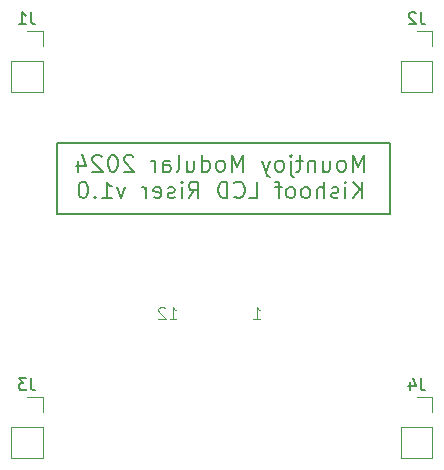
<source format=gbr>
%TF.GenerationSoftware,KiCad,Pcbnew,8.0.1*%
%TF.CreationDate,2024-04-24T15:21:32+01:00*%
%TF.ProjectId,Kishoof_screen,4b697368-6f6f-4665-9f73-637265656e2e,rev?*%
%TF.SameCoordinates,Original*%
%TF.FileFunction,Legend,Bot*%
%TF.FilePolarity,Positive*%
%FSLAX46Y46*%
G04 Gerber Fmt 4.6, Leading zero omitted, Abs format (unit mm)*
G04 Created by KiCad (PCBNEW 8.0.1) date 2024-04-24 15:21:32*
%MOMM*%
%LPD*%
G01*
G04 APERTURE LIST*
%ADD10C,0.150000*%
%ADD11C,0.200000*%
%ADD12C,0.100000*%
%ADD13C,0.120000*%
G04 APERTURE END LIST*
D10*
X63500000Y-51200000D02*
X91700000Y-51200000D01*
X91700000Y-57200000D01*
X63500000Y-57200000D01*
X63500000Y-51200000D01*
D11*
X89533334Y-53610305D02*
X89533334Y-52210305D01*
X89533334Y-52210305D02*
X89066668Y-53210305D01*
X89066668Y-53210305D02*
X88600001Y-52210305D01*
X88600001Y-52210305D02*
X88600001Y-53610305D01*
X87733334Y-53610305D02*
X87866668Y-53543639D01*
X87866668Y-53543639D02*
X87933334Y-53476972D01*
X87933334Y-53476972D02*
X88000001Y-53343639D01*
X88000001Y-53343639D02*
X88000001Y-52943639D01*
X88000001Y-52943639D02*
X87933334Y-52810305D01*
X87933334Y-52810305D02*
X87866668Y-52743639D01*
X87866668Y-52743639D02*
X87733334Y-52676972D01*
X87733334Y-52676972D02*
X87533334Y-52676972D01*
X87533334Y-52676972D02*
X87400001Y-52743639D01*
X87400001Y-52743639D02*
X87333334Y-52810305D01*
X87333334Y-52810305D02*
X87266668Y-52943639D01*
X87266668Y-52943639D02*
X87266668Y-53343639D01*
X87266668Y-53343639D02*
X87333334Y-53476972D01*
X87333334Y-53476972D02*
X87400001Y-53543639D01*
X87400001Y-53543639D02*
X87533334Y-53610305D01*
X87533334Y-53610305D02*
X87733334Y-53610305D01*
X86066667Y-52676972D02*
X86066667Y-53610305D01*
X86666667Y-52676972D02*
X86666667Y-53410305D01*
X86666667Y-53410305D02*
X86600001Y-53543639D01*
X86600001Y-53543639D02*
X86466667Y-53610305D01*
X86466667Y-53610305D02*
X86266667Y-53610305D01*
X86266667Y-53610305D02*
X86133334Y-53543639D01*
X86133334Y-53543639D02*
X86066667Y-53476972D01*
X85400000Y-52676972D02*
X85400000Y-53610305D01*
X85400000Y-52810305D02*
X85333334Y-52743639D01*
X85333334Y-52743639D02*
X85200000Y-52676972D01*
X85200000Y-52676972D02*
X85000000Y-52676972D01*
X85000000Y-52676972D02*
X84866667Y-52743639D01*
X84866667Y-52743639D02*
X84800000Y-52876972D01*
X84800000Y-52876972D02*
X84800000Y-53610305D01*
X84333333Y-52676972D02*
X83800000Y-52676972D01*
X84133333Y-52210305D02*
X84133333Y-53410305D01*
X84133333Y-53410305D02*
X84066667Y-53543639D01*
X84066667Y-53543639D02*
X83933333Y-53610305D01*
X83933333Y-53610305D02*
X83800000Y-53610305D01*
X83333333Y-52676972D02*
X83333333Y-53876972D01*
X83333333Y-53876972D02*
X83400000Y-54010305D01*
X83400000Y-54010305D02*
X83533333Y-54076972D01*
X83533333Y-54076972D02*
X83600000Y-54076972D01*
X83333333Y-52210305D02*
X83400000Y-52276972D01*
X83400000Y-52276972D02*
X83333333Y-52343639D01*
X83333333Y-52343639D02*
X83266667Y-52276972D01*
X83266667Y-52276972D02*
X83333333Y-52210305D01*
X83333333Y-52210305D02*
X83333333Y-52343639D01*
X82466666Y-53610305D02*
X82600000Y-53543639D01*
X82600000Y-53543639D02*
X82666666Y-53476972D01*
X82666666Y-53476972D02*
X82733333Y-53343639D01*
X82733333Y-53343639D02*
X82733333Y-52943639D01*
X82733333Y-52943639D02*
X82666666Y-52810305D01*
X82666666Y-52810305D02*
X82600000Y-52743639D01*
X82600000Y-52743639D02*
X82466666Y-52676972D01*
X82466666Y-52676972D02*
X82266666Y-52676972D01*
X82266666Y-52676972D02*
X82133333Y-52743639D01*
X82133333Y-52743639D02*
X82066666Y-52810305D01*
X82066666Y-52810305D02*
X82000000Y-52943639D01*
X82000000Y-52943639D02*
X82000000Y-53343639D01*
X82000000Y-53343639D02*
X82066666Y-53476972D01*
X82066666Y-53476972D02*
X82133333Y-53543639D01*
X82133333Y-53543639D02*
X82266666Y-53610305D01*
X82266666Y-53610305D02*
X82466666Y-53610305D01*
X81533333Y-52676972D02*
X81199999Y-53610305D01*
X80866666Y-52676972D02*
X81199999Y-53610305D01*
X81199999Y-53610305D02*
X81333333Y-53943639D01*
X81333333Y-53943639D02*
X81399999Y-54010305D01*
X81399999Y-54010305D02*
X81533333Y-54076972D01*
X79266665Y-53610305D02*
X79266665Y-52210305D01*
X79266665Y-52210305D02*
X78799999Y-53210305D01*
X78799999Y-53210305D02*
X78333332Y-52210305D01*
X78333332Y-52210305D02*
X78333332Y-53610305D01*
X77466665Y-53610305D02*
X77599999Y-53543639D01*
X77599999Y-53543639D02*
X77666665Y-53476972D01*
X77666665Y-53476972D02*
X77733332Y-53343639D01*
X77733332Y-53343639D02*
X77733332Y-52943639D01*
X77733332Y-52943639D02*
X77666665Y-52810305D01*
X77666665Y-52810305D02*
X77599999Y-52743639D01*
X77599999Y-52743639D02*
X77466665Y-52676972D01*
X77466665Y-52676972D02*
X77266665Y-52676972D01*
X77266665Y-52676972D02*
X77133332Y-52743639D01*
X77133332Y-52743639D02*
X77066665Y-52810305D01*
X77066665Y-52810305D02*
X76999999Y-52943639D01*
X76999999Y-52943639D02*
X76999999Y-53343639D01*
X76999999Y-53343639D02*
X77066665Y-53476972D01*
X77066665Y-53476972D02*
X77133332Y-53543639D01*
X77133332Y-53543639D02*
X77266665Y-53610305D01*
X77266665Y-53610305D02*
X77466665Y-53610305D01*
X75799998Y-53610305D02*
X75799998Y-52210305D01*
X75799998Y-53543639D02*
X75933332Y-53610305D01*
X75933332Y-53610305D02*
X76199998Y-53610305D01*
X76199998Y-53610305D02*
X76333332Y-53543639D01*
X76333332Y-53543639D02*
X76399998Y-53476972D01*
X76399998Y-53476972D02*
X76466665Y-53343639D01*
X76466665Y-53343639D02*
X76466665Y-52943639D01*
X76466665Y-52943639D02*
X76399998Y-52810305D01*
X76399998Y-52810305D02*
X76333332Y-52743639D01*
X76333332Y-52743639D02*
X76199998Y-52676972D01*
X76199998Y-52676972D02*
X75933332Y-52676972D01*
X75933332Y-52676972D02*
X75799998Y-52743639D01*
X74533331Y-52676972D02*
X74533331Y-53610305D01*
X75133331Y-52676972D02*
X75133331Y-53410305D01*
X75133331Y-53410305D02*
X75066665Y-53543639D01*
X75066665Y-53543639D02*
X74933331Y-53610305D01*
X74933331Y-53610305D02*
X74733331Y-53610305D01*
X74733331Y-53610305D02*
X74599998Y-53543639D01*
X74599998Y-53543639D02*
X74533331Y-53476972D01*
X73666664Y-53610305D02*
X73799998Y-53543639D01*
X73799998Y-53543639D02*
X73866664Y-53410305D01*
X73866664Y-53410305D02*
X73866664Y-52210305D01*
X72533331Y-53610305D02*
X72533331Y-52876972D01*
X72533331Y-52876972D02*
X72599998Y-52743639D01*
X72599998Y-52743639D02*
X72733331Y-52676972D01*
X72733331Y-52676972D02*
X72999998Y-52676972D01*
X72999998Y-52676972D02*
X73133331Y-52743639D01*
X72533331Y-53543639D02*
X72666665Y-53610305D01*
X72666665Y-53610305D02*
X72999998Y-53610305D01*
X72999998Y-53610305D02*
X73133331Y-53543639D01*
X73133331Y-53543639D02*
X73199998Y-53410305D01*
X73199998Y-53410305D02*
X73199998Y-53276972D01*
X73199998Y-53276972D02*
X73133331Y-53143639D01*
X73133331Y-53143639D02*
X72999998Y-53076972D01*
X72999998Y-53076972D02*
X72666665Y-53076972D01*
X72666665Y-53076972D02*
X72533331Y-53010305D01*
X71866664Y-53610305D02*
X71866664Y-52676972D01*
X71866664Y-52943639D02*
X71799998Y-52810305D01*
X71799998Y-52810305D02*
X71733331Y-52743639D01*
X71733331Y-52743639D02*
X71599998Y-52676972D01*
X71599998Y-52676972D02*
X71466664Y-52676972D01*
X69999997Y-52343639D02*
X69933330Y-52276972D01*
X69933330Y-52276972D02*
X69799997Y-52210305D01*
X69799997Y-52210305D02*
X69466664Y-52210305D01*
X69466664Y-52210305D02*
X69333330Y-52276972D01*
X69333330Y-52276972D02*
X69266664Y-52343639D01*
X69266664Y-52343639D02*
X69199997Y-52476972D01*
X69199997Y-52476972D02*
X69199997Y-52610305D01*
X69199997Y-52610305D02*
X69266664Y-52810305D01*
X69266664Y-52810305D02*
X70066664Y-53610305D01*
X70066664Y-53610305D02*
X69199997Y-53610305D01*
X68333331Y-52210305D02*
X68199997Y-52210305D01*
X68199997Y-52210305D02*
X68066664Y-52276972D01*
X68066664Y-52276972D02*
X67999997Y-52343639D01*
X67999997Y-52343639D02*
X67933331Y-52476972D01*
X67933331Y-52476972D02*
X67866664Y-52743639D01*
X67866664Y-52743639D02*
X67866664Y-53076972D01*
X67866664Y-53076972D02*
X67933331Y-53343639D01*
X67933331Y-53343639D02*
X67999997Y-53476972D01*
X67999997Y-53476972D02*
X68066664Y-53543639D01*
X68066664Y-53543639D02*
X68199997Y-53610305D01*
X68199997Y-53610305D02*
X68333331Y-53610305D01*
X68333331Y-53610305D02*
X68466664Y-53543639D01*
X68466664Y-53543639D02*
X68533331Y-53476972D01*
X68533331Y-53476972D02*
X68599997Y-53343639D01*
X68599997Y-53343639D02*
X68666664Y-53076972D01*
X68666664Y-53076972D02*
X68666664Y-52743639D01*
X68666664Y-52743639D02*
X68599997Y-52476972D01*
X68599997Y-52476972D02*
X68533331Y-52343639D01*
X68533331Y-52343639D02*
X68466664Y-52276972D01*
X68466664Y-52276972D02*
X68333331Y-52210305D01*
X67333331Y-52343639D02*
X67266664Y-52276972D01*
X67266664Y-52276972D02*
X67133331Y-52210305D01*
X67133331Y-52210305D02*
X66799998Y-52210305D01*
X66799998Y-52210305D02*
X66666664Y-52276972D01*
X66666664Y-52276972D02*
X66599998Y-52343639D01*
X66599998Y-52343639D02*
X66533331Y-52476972D01*
X66533331Y-52476972D02*
X66533331Y-52610305D01*
X66533331Y-52610305D02*
X66599998Y-52810305D01*
X66599998Y-52810305D02*
X67399998Y-53610305D01*
X67399998Y-53610305D02*
X66533331Y-53610305D01*
X65333331Y-52676972D02*
X65333331Y-53610305D01*
X65666665Y-52143639D02*
X65999998Y-53143639D01*
X65999998Y-53143639D02*
X65133331Y-53143639D01*
X89366667Y-55864227D02*
X89366667Y-54464227D01*
X88566667Y-55864227D02*
X89166667Y-55064227D01*
X88566667Y-54464227D02*
X89366667Y-55264227D01*
X87966667Y-55864227D02*
X87966667Y-54930894D01*
X87966667Y-54464227D02*
X88033334Y-54530894D01*
X88033334Y-54530894D02*
X87966667Y-54597561D01*
X87966667Y-54597561D02*
X87900001Y-54530894D01*
X87900001Y-54530894D02*
X87966667Y-54464227D01*
X87966667Y-54464227D02*
X87966667Y-54597561D01*
X87366667Y-55797561D02*
X87233334Y-55864227D01*
X87233334Y-55864227D02*
X86966667Y-55864227D01*
X86966667Y-55864227D02*
X86833334Y-55797561D01*
X86833334Y-55797561D02*
X86766667Y-55664227D01*
X86766667Y-55664227D02*
X86766667Y-55597561D01*
X86766667Y-55597561D02*
X86833334Y-55464227D01*
X86833334Y-55464227D02*
X86966667Y-55397561D01*
X86966667Y-55397561D02*
X87166667Y-55397561D01*
X87166667Y-55397561D02*
X87300000Y-55330894D01*
X87300000Y-55330894D02*
X87366667Y-55197561D01*
X87366667Y-55197561D02*
X87366667Y-55130894D01*
X87366667Y-55130894D02*
X87300000Y-54997561D01*
X87300000Y-54997561D02*
X87166667Y-54930894D01*
X87166667Y-54930894D02*
X86966667Y-54930894D01*
X86966667Y-54930894D02*
X86833334Y-54997561D01*
X86166667Y-55864227D02*
X86166667Y-54464227D01*
X85566667Y-55864227D02*
X85566667Y-55130894D01*
X85566667Y-55130894D02*
X85633334Y-54997561D01*
X85633334Y-54997561D02*
X85766667Y-54930894D01*
X85766667Y-54930894D02*
X85966667Y-54930894D01*
X85966667Y-54930894D02*
X86100001Y-54997561D01*
X86100001Y-54997561D02*
X86166667Y-55064227D01*
X84700000Y-55864227D02*
X84833334Y-55797561D01*
X84833334Y-55797561D02*
X84900000Y-55730894D01*
X84900000Y-55730894D02*
X84966667Y-55597561D01*
X84966667Y-55597561D02*
X84966667Y-55197561D01*
X84966667Y-55197561D02*
X84900000Y-55064227D01*
X84900000Y-55064227D02*
X84833334Y-54997561D01*
X84833334Y-54997561D02*
X84700000Y-54930894D01*
X84700000Y-54930894D02*
X84500000Y-54930894D01*
X84500000Y-54930894D02*
X84366667Y-54997561D01*
X84366667Y-54997561D02*
X84300000Y-55064227D01*
X84300000Y-55064227D02*
X84233334Y-55197561D01*
X84233334Y-55197561D02*
X84233334Y-55597561D01*
X84233334Y-55597561D02*
X84300000Y-55730894D01*
X84300000Y-55730894D02*
X84366667Y-55797561D01*
X84366667Y-55797561D02*
X84500000Y-55864227D01*
X84500000Y-55864227D02*
X84700000Y-55864227D01*
X83433333Y-55864227D02*
X83566667Y-55797561D01*
X83566667Y-55797561D02*
X83633333Y-55730894D01*
X83633333Y-55730894D02*
X83700000Y-55597561D01*
X83700000Y-55597561D02*
X83700000Y-55197561D01*
X83700000Y-55197561D02*
X83633333Y-55064227D01*
X83633333Y-55064227D02*
X83566667Y-54997561D01*
X83566667Y-54997561D02*
X83433333Y-54930894D01*
X83433333Y-54930894D02*
X83233333Y-54930894D01*
X83233333Y-54930894D02*
X83100000Y-54997561D01*
X83100000Y-54997561D02*
X83033333Y-55064227D01*
X83033333Y-55064227D02*
X82966667Y-55197561D01*
X82966667Y-55197561D02*
X82966667Y-55597561D01*
X82966667Y-55597561D02*
X83033333Y-55730894D01*
X83033333Y-55730894D02*
X83100000Y-55797561D01*
X83100000Y-55797561D02*
X83233333Y-55864227D01*
X83233333Y-55864227D02*
X83433333Y-55864227D01*
X82566666Y-54930894D02*
X82033333Y-54930894D01*
X82366666Y-55864227D02*
X82366666Y-54664227D01*
X82366666Y-54664227D02*
X82300000Y-54530894D01*
X82300000Y-54530894D02*
X82166666Y-54464227D01*
X82166666Y-54464227D02*
X82033333Y-54464227D01*
X79833333Y-55864227D02*
X80499999Y-55864227D01*
X80499999Y-55864227D02*
X80499999Y-54464227D01*
X78566666Y-55730894D02*
X78633333Y-55797561D01*
X78633333Y-55797561D02*
X78833333Y-55864227D01*
X78833333Y-55864227D02*
X78966666Y-55864227D01*
X78966666Y-55864227D02*
X79166666Y-55797561D01*
X79166666Y-55797561D02*
X79300000Y-55664227D01*
X79300000Y-55664227D02*
X79366666Y-55530894D01*
X79366666Y-55530894D02*
X79433333Y-55264227D01*
X79433333Y-55264227D02*
X79433333Y-55064227D01*
X79433333Y-55064227D02*
X79366666Y-54797561D01*
X79366666Y-54797561D02*
X79300000Y-54664227D01*
X79300000Y-54664227D02*
X79166666Y-54530894D01*
X79166666Y-54530894D02*
X78966666Y-54464227D01*
X78966666Y-54464227D02*
X78833333Y-54464227D01*
X78833333Y-54464227D02*
X78633333Y-54530894D01*
X78633333Y-54530894D02*
X78566666Y-54597561D01*
X77966666Y-55864227D02*
X77966666Y-54464227D01*
X77966666Y-54464227D02*
X77633333Y-54464227D01*
X77633333Y-54464227D02*
X77433333Y-54530894D01*
X77433333Y-54530894D02*
X77300000Y-54664227D01*
X77300000Y-54664227D02*
X77233333Y-54797561D01*
X77233333Y-54797561D02*
X77166666Y-55064227D01*
X77166666Y-55064227D02*
X77166666Y-55264227D01*
X77166666Y-55264227D02*
X77233333Y-55530894D01*
X77233333Y-55530894D02*
X77300000Y-55664227D01*
X77300000Y-55664227D02*
X77433333Y-55797561D01*
X77433333Y-55797561D02*
X77633333Y-55864227D01*
X77633333Y-55864227D02*
X77966666Y-55864227D01*
X74699999Y-55864227D02*
X75166666Y-55197561D01*
X75499999Y-55864227D02*
X75499999Y-54464227D01*
X75499999Y-54464227D02*
X74966666Y-54464227D01*
X74966666Y-54464227D02*
X74833333Y-54530894D01*
X74833333Y-54530894D02*
X74766666Y-54597561D01*
X74766666Y-54597561D02*
X74699999Y-54730894D01*
X74699999Y-54730894D02*
X74699999Y-54930894D01*
X74699999Y-54930894D02*
X74766666Y-55064227D01*
X74766666Y-55064227D02*
X74833333Y-55130894D01*
X74833333Y-55130894D02*
X74966666Y-55197561D01*
X74966666Y-55197561D02*
X75499999Y-55197561D01*
X74099999Y-55864227D02*
X74099999Y-54930894D01*
X74099999Y-54464227D02*
X74166666Y-54530894D01*
X74166666Y-54530894D02*
X74099999Y-54597561D01*
X74099999Y-54597561D02*
X74033333Y-54530894D01*
X74033333Y-54530894D02*
X74099999Y-54464227D01*
X74099999Y-54464227D02*
X74099999Y-54597561D01*
X73499999Y-55797561D02*
X73366666Y-55864227D01*
X73366666Y-55864227D02*
X73099999Y-55864227D01*
X73099999Y-55864227D02*
X72966666Y-55797561D01*
X72966666Y-55797561D02*
X72899999Y-55664227D01*
X72899999Y-55664227D02*
X72899999Y-55597561D01*
X72899999Y-55597561D02*
X72966666Y-55464227D01*
X72966666Y-55464227D02*
X73099999Y-55397561D01*
X73099999Y-55397561D02*
X73299999Y-55397561D01*
X73299999Y-55397561D02*
X73433332Y-55330894D01*
X73433332Y-55330894D02*
X73499999Y-55197561D01*
X73499999Y-55197561D02*
X73499999Y-55130894D01*
X73499999Y-55130894D02*
X73433332Y-54997561D01*
X73433332Y-54997561D02*
X73299999Y-54930894D01*
X73299999Y-54930894D02*
X73099999Y-54930894D01*
X73099999Y-54930894D02*
X72966666Y-54997561D01*
X71766666Y-55797561D02*
X71899999Y-55864227D01*
X71899999Y-55864227D02*
X72166666Y-55864227D01*
X72166666Y-55864227D02*
X72299999Y-55797561D01*
X72299999Y-55797561D02*
X72366666Y-55664227D01*
X72366666Y-55664227D02*
X72366666Y-55130894D01*
X72366666Y-55130894D02*
X72299999Y-54997561D01*
X72299999Y-54997561D02*
X72166666Y-54930894D01*
X72166666Y-54930894D02*
X71899999Y-54930894D01*
X71899999Y-54930894D02*
X71766666Y-54997561D01*
X71766666Y-54997561D02*
X71699999Y-55130894D01*
X71699999Y-55130894D02*
X71699999Y-55264227D01*
X71699999Y-55264227D02*
X72366666Y-55397561D01*
X71099999Y-55864227D02*
X71099999Y-54930894D01*
X71099999Y-55197561D02*
X71033333Y-55064227D01*
X71033333Y-55064227D02*
X70966666Y-54997561D01*
X70966666Y-54997561D02*
X70833333Y-54930894D01*
X70833333Y-54930894D02*
X70699999Y-54930894D01*
X69299999Y-54930894D02*
X68966665Y-55864227D01*
X68966665Y-55864227D02*
X68633332Y-54930894D01*
X67366665Y-55864227D02*
X68166665Y-55864227D01*
X67766665Y-55864227D02*
X67766665Y-54464227D01*
X67766665Y-54464227D02*
X67899998Y-54664227D01*
X67899998Y-54664227D02*
X68033332Y-54797561D01*
X68033332Y-54797561D02*
X68166665Y-54864227D01*
X66766665Y-55730894D02*
X66699999Y-55797561D01*
X66699999Y-55797561D02*
X66766665Y-55864227D01*
X66766665Y-55864227D02*
X66833332Y-55797561D01*
X66833332Y-55797561D02*
X66766665Y-55730894D01*
X66766665Y-55730894D02*
X66766665Y-55864227D01*
X65833332Y-54464227D02*
X65699998Y-54464227D01*
X65699998Y-54464227D02*
X65566665Y-54530894D01*
X65566665Y-54530894D02*
X65499998Y-54597561D01*
X65499998Y-54597561D02*
X65433332Y-54730894D01*
X65433332Y-54730894D02*
X65366665Y-54997561D01*
X65366665Y-54997561D02*
X65366665Y-55330894D01*
X65366665Y-55330894D02*
X65433332Y-55597561D01*
X65433332Y-55597561D02*
X65499998Y-55730894D01*
X65499998Y-55730894D02*
X65566665Y-55797561D01*
X65566665Y-55797561D02*
X65699998Y-55864227D01*
X65699998Y-55864227D02*
X65833332Y-55864227D01*
X65833332Y-55864227D02*
X65966665Y-55797561D01*
X65966665Y-55797561D02*
X66033332Y-55730894D01*
X66033332Y-55730894D02*
X66099998Y-55597561D01*
X66099998Y-55597561D02*
X66166665Y-55330894D01*
X66166665Y-55330894D02*
X66166665Y-54997561D01*
X66166665Y-54997561D02*
X66099998Y-54730894D01*
X66099998Y-54730894D02*
X66033332Y-54597561D01*
X66033332Y-54597561D02*
X65966665Y-54530894D01*
X65966665Y-54530894D02*
X65833332Y-54464227D01*
D12*
X73072306Y-66072419D02*
X73643734Y-66072419D01*
X73358020Y-66072419D02*
X73358020Y-65072419D01*
X73358020Y-65072419D02*
X73453258Y-65215276D01*
X73453258Y-65215276D02*
X73548496Y-65310514D01*
X73548496Y-65310514D02*
X73643734Y-65358133D01*
X72691353Y-65167657D02*
X72643734Y-65120038D01*
X72643734Y-65120038D02*
X72548496Y-65072419D01*
X72548496Y-65072419D02*
X72310401Y-65072419D01*
X72310401Y-65072419D02*
X72215163Y-65120038D01*
X72215163Y-65120038D02*
X72167544Y-65167657D01*
X72167544Y-65167657D02*
X72119925Y-65262895D01*
X72119925Y-65262895D02*
X72119925Y-65358133D01*
X72119925Y-65358133D02*
X72167544Y-65500990D01*
X72167544Y-65500990D02*
X72738972Y-66072419D01*
X72738972Y-66072419D02*
X72119925Y-66072419D01*
X80172306Y-66072419D02*
X80743734Y-66072419D01*
X80458020Y-66072419D02*
X80458020Y-65072419D01*
X80458020Y-65072419D02*
X80553258Y-65215276D01*
X80553258Y-65215276D02*
X80648496Y-65310514D01*
X80648496Y-65310514D02*
X80743734Y-65358133D01*
D10*
X94333333Y-71124819D02*
X94333333Y-71839104D01*
X94333333Y-71839104D02*
X94380952Y-71981961D01*
X94380952Y-71981961D02*
X94476190Y-72077200D01*
X94476190Y-72077200D02*
X94619047Y-72124819D01*
X94619047Y-72124819D02*
X94714285Y-72124819D01*
X93428571Y-71458152D02*
X93428571Y-72124819D01*
X93666666Y-71077200D02*
X93904761Y-71791485D01*
X93904761Y-71791485D02*
X93285714Y-71791485D01*
X94333333Y-40124819D02*
X94333333Y-40839104D01*
X94333333Y-40839104D02*
X94380952Y-40981961D01*
X94380952Y-40981961D02*
X94476190Y-41077200D01*
X94476190Y-41077200D02*
X94619047Y-41124819D01*
X94619047Y-41124819D02*
X94714285Y-41124819D01*
X93904761Y-40220057D02*
X93857142Y-40172438D01*
X93857142Y-40172438D02*
X93761904Y-40124819D01*
X93761904Y-40124819D02*
X93523809Y-40124819D01*
X93523809Y-40124819D02*
X93428571Y-40172438D01*
X93428571Y-40172438D02*
X93380952Y-40220057D01*
X93380952Y-40220057D02*
X93333333Y-40315295D01*
X93333333Y-40315295D02*
X93333333Y-40410533D01*
X93333333Y-40410533D02*
X93380952Y-40553390D01*
X93380952Y-40553390D02*
X93952380Y-41124819D01*
X93952380Y-41124819D02*
X93333333Y-41124819D01*
X61333333Y-40124819D02*
X61333333Y-40839104D01*
X61333333Y-40839104D02*
X61380952Y-40981961D01*
X61380952Y-40981961D02*
X61476190Y-41077200D01*
X61476190Y-41077200D02*
X61619047Y-41124819D01*
X61619047Y-41124819D02*
X61714285Y-41124819D01*
X60333333Y-41124819D02*
X60904761Y-41124819D01*
X60619047Y-41124819D02*
X60619047Y-40124819D01*
X60619047Y-40124819D02*
X60714285Y-40267676D01*
X60714285Y-40267676D02*
X60809523Y-40362914D01*
X60809523Y-40362914D02*
X60904761Y-40410533D01*
X61333333Y-71124819D02*
X61333333Y-71839104D01*
X61333333Y-71839104D02*
X61380952Y-71981961D01*
X61380952Y-71981961D02*
X61476190Y-72077200D01*
X61476190Y-72077200D02*
X61619047Y-72124819D01*
X61619047Y-72124819D02*
X61714285Y-72124819D01*
X60952380Y-71124819D02*
X60333333Y-71124819D01*
X60333333Y-71124819D02*
X60666666Y-71505771D01*
X60666666Y-71505771D02*
X60523809Y-71505771D01*
X60523809Y-71505771D02*
X60428571Y-71553390D01*
X60428571Y-71553390D02*
X60380952Y-71601009D01*
X60380952Y-71601009D02*
X60333333Y-71696247D01*
X60333333Y-71696247D02*
X60333333Y-71934342D01*
X60333333Y-71934342D02*
X60380952Y-72029580D01*
X60380952Y-72029580D02*
X60428571Y-72077200D01*
X60428571Y-72077200D02*
X60523809Y-72124819D01*
X60523809Y-72124819D02*
X60809523Y-72124819D01*
X60809523Y-72124819D02*
X60904761Y-72077200D01*
X60904761Y-72077200D02*
X60952380Y-72029580D01*
D13*
%TO.C,J4*%
X92670000Y-75270000D02*
X95330000Y-75270000D01*
X92670000Y-77870000D02*
X92670000Y-75270000D01*
X92670000Y-77870000D02*
X95330000Y-77870000D01*
X94000000Y-72670000D02*
X95330000Y-72670000D01*
X95330000Y-72670000D02*
X95330000Y-74000000D01*
X95330000Y-77870000D02*
X95330000Y-75270000D01*
%TO.C,J2*%
X92670000Y-44270000D02*
X95330000Y-44270000D01*
X92670000Y-46870000D02*
X92670000Y-44270000D01*
X92670000Y-46870000D02*
X95330000Y-46870000D01*
X94000000Y-41670000D02*
X95330000Y-41670000D01*
X95330000Y-41670000D02*
X95330000Y-43000000D01*
X95330000Y-46870000D02*
X95330000Y-44270000D01*
%TO.C,J1*%
X59670000Y-44270000D02*
X62330000Y-44270000D01*
X59670000Y-46870000D02*
X59670000Y-44270000D01*
X59670000Y-46870000D02*
X62330000Y-46870000D01*
X61000000Y-41670000D02*
X62330000Y-41670000D01*
X62330000Y-41670000D02*
X62330000Y-43000000D01*
X62330000Y-46870000D02*
X62330000Y-44270000D01*
%TO.C,J3*%
X59670000Y-75270000D02*
X62330000Y-75270000D01*
X59670000Y-77870000D02*
X59670000Y-75270000D01*
X59670000Y-77870000D02*
X62330000Y-77870000D01*
X61000000Y-72670000D02*
X62330000Y-72670000D01*
X62330000Y-72670000D02*
X62330000Y-74000000D01*
X62330000Y-77870000D02*
X62330000Y-75270000D01*
%TD*%
M02*

</source>
